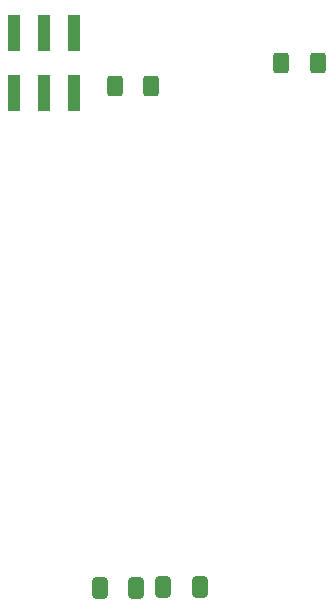
<source format=gbr>
%TF.GenerationSoftware,KiCad,Pcbnew,8.0.1-rc1*%
%TF.CreationDate,2024-06-22T18:18:56-07:00*%
%TF.ProjectId,AMS - CANBus - RGB - Nchannel,414d5320-2d20-4434-914e-427573202d20,rev?*%
%TF.SameCoordinates,Original*%
%TF.FileFunction,Paste,Top*%
%TF.FilePolarity,Positive*%
%FSLAX46Y46*%
G04 Gerber Fmt 4.6, Leading zero omitted, Abs format (unit mm)*
G04 Created by KiCad (PCBNEW 8.0.1-rc1) date 2024-06-22 18:18:56*
%MOMM*%
%LPD*%
G01*
G04 APERTURE LIST*
G04 Aperture macros list*
%AMRoundRect*
0 Rectangle with rounded corners*
0 $1 Rounding radius*
0 $2 $3 $4 $5 $6 $7 $8 $9 X,Y pos of 4 corners*
0 Add a 4 corners polygon primitive as box body*
4,1,4,$2,$3,$4,$5,$6,$7,$8,$9,$2,$3,0*
0 Add four circle primitives for the rounded corners*
1,1,$1+$1,$2,$3*
1,1,$1+$1,$4,$5*
1,1,$1+$1,$6,$7*
1,1,$1+$1,$8,$9*
0 Add four rect primitives between the rounded corners*
20,1,$1+$1,$2,$3,$4,$5,0*
20,1,$1+$1,$4,$5,$6,$7,0*
20,1,$1+$1,$6,$7,$8,$9,0*
20,1,$1+$1,$8,$9,$2,$3,0*%
G04 Aperture macros list end*
%ADD10RoundRect,0.250000X-0.412500X-0.650000X0.412500X-0.650000X0.412500X0.650000X-0.412500X0.650000X0*%
%ADD11RoundRect,0.250000X-0.400000X-0.625000X0.400000X-0.625000X0.400000X0.625000X-0.400000X0.625000X0*%
%ADD12R,1.000000X3.150000*%
%ADD13RoundRect,0.250000X0.412500X0.650000X-0.412500X0.650000X-0.412500X-0.650000X0.412500X-0.650000X0*%
G04 APERTURE END LIST*
D10*
%TO.C,C3*%
X151259400Y-117195200D03*
X154384400Y-117195200D03*
%TD*%
D11*
%TO.C,R22*%
X152547400Y-74745100D03*
X155647400Y-74745100D03*
%TD*%
D12*
%TO.C,J4*%
X149082300Y-70232000D03*
X149082300Y-75282000D03*
X146542300Y-70232000D03*
X146542300Y-75282000D03*
X144002300Y-70232000D03*
X144002300Y-75282000D03*
%TD*%
D13*
%TO.C,C5*%
X159782200Y-117145000D03*
X156657200Y-117145000D03*
%TD*%
D11*
%TO.C,C8*%
X166654000Y-72746000D03*
X169754000Y-72746000D03*
%TD*%
M02*

</source>
